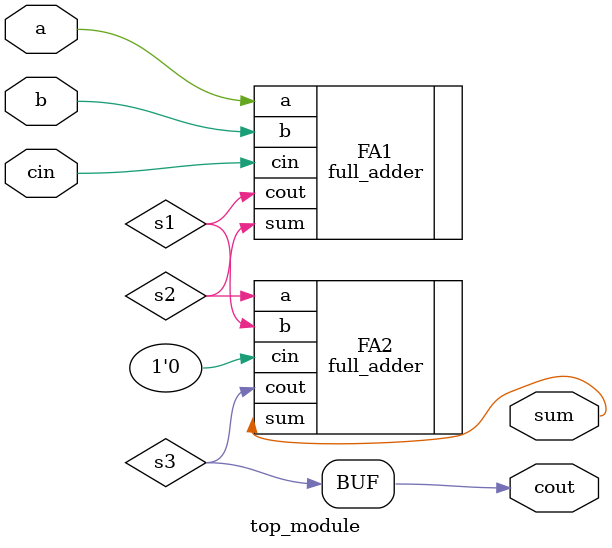
<source format=sv>
module top_module (
	input a,
	input b,
	input cin,
	output cout,
	output sum
);

	// Internal signals
	wire s1, s2, s3;

	// First stage full adder
	full_adder FA1(.a(a), .b(b), .cin(cin), .cout(s1), .sum(s2));

	// Second stage full adder
	full_adder FA2(.a(s2), .b(s1), .cin(1'b0), .cout(s3), .sum(sum));

	// Output signals
	assign cout = s3;

endmodule

</source>
